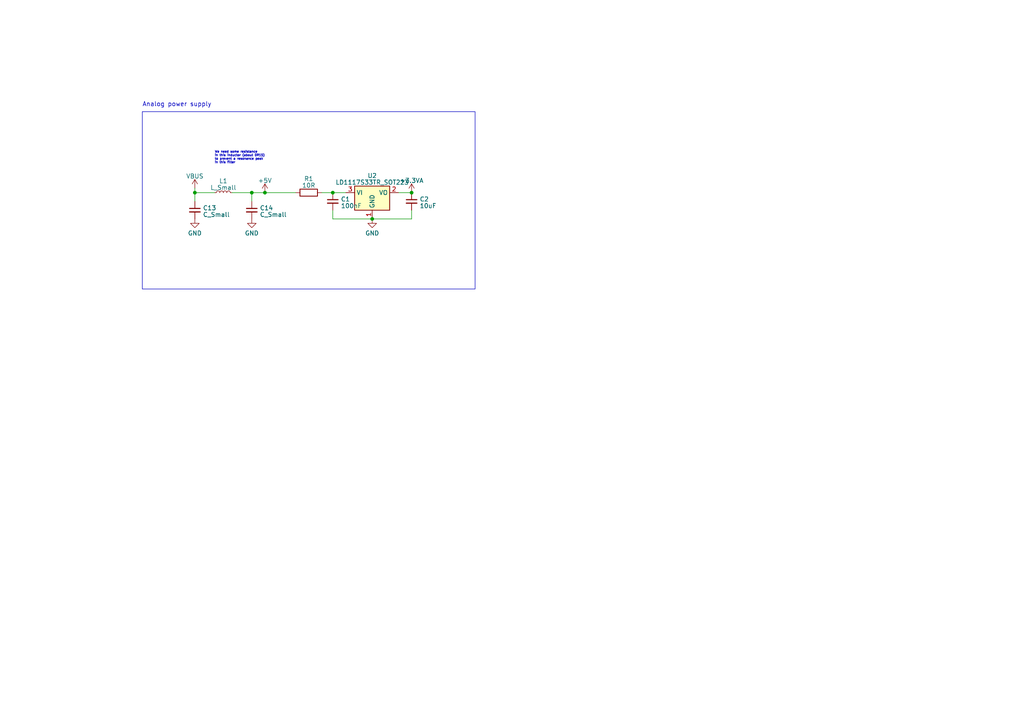
<source format=kicad_sch>
(kicad_sch (version 20230121) (generator eeschema)
  (paper "A4")
  (lib_symbols
    (symbol "Device:C_Small" (pin_numbers hide) (pin_names (offset 0.254) hide)
      (property "Reference" "C" (at 0.254 1.778 0))
      (property "Value" "C_Small" (at 0.254 -2.032 0))
      (symbol "C_Small_0_1"
        (polyline (pts (xy -1.524 -0.508) (xy 1.524 -0.508)) (stroke (width 0.3302)))
        (polyline (pts (xy -1.524 0.508) (xy 1.524 0.508)) (stroke (width 0.3048)))
      )
      (symbol "C_Small_1_1"
        (pin passive line (at 0 2.54 270) (length 2.032) (name "~") (number "1"))
        (pin passive line (at 0 -2.54 90) (length 2.032) (name "~") (number "2"))
      )
    )
    (symbol "Device:L_Small" (pin_numbers hide) (pin_names (offset 0.254) hide)
      (property "Reference" "L" (at 0.762 1.016 0))
      (property "Value" "L_Small" (at 0.762 -1.016 0))
      (symbol "L_Small_0_1"
        (arc (start 0 -2.032) (mid 0.5058 -1.524) (end 0 -1.016))
        (arc (start 0 -1.016) (mid 0.5058 -0.508) (end 0 0))
        (arc (start 0 0) (mid 0.5058 0.508) (end 0 1.016))
        (arc (start 0 1.016) (mid 0.5058 1.524) (end 0 2.032))
      )
      (symbol "L_Small_1_1"
        (pin passive line (at 0 2.54 270) (length 0.508) (name "~") (number "1"))
        (pin passive line (at 0 -2.54 90) (length 0.508) (name "~") (number "2"))
      )
    )
    (symbol "Device:R" (pin_numbers hide) (pin_names (offset 0))
      (property "Reference" "R" (at 2.032 0 90))
      (property "Value" "R" (at 0 0 90))
      (symbol "R_0_1"
        (rectangle (start -1.016 -2.54) (end 1.016 2.54) (stroke (width 0.254)))
      )
      (symbol "R_1_1"
        (pin passive line (at 0 3.81 270) (length 1.27) (name "~") (number "1"))
        (pin passive line (at 0 -3.81 90) (length 1.27) (name "~") (number "2"))
      )
    )
    (symbol "Regulator_Linear:LD1117S33TR_SOT223"
      (property "Reference" "U" (at -3.81 3.175 0))
      (property "Value" "LD1117S33TR_SOT223" (at 0 3.175 0))
      (symbol "LD1117S33TR_SOT223_0_1"
        (rectangle (start -5.08 -5.08) (end 5.08 1.905) (stroke (width 0.254)) (fill (type background)))
      )
      (symbol "LD1117S33TR_SOT223_1_1"
        (pin power_in line (at 0 -7.62 90) (length 2.54) (name "GND") (number "1"))
        (pin power_out line (at 7.62 0 180) (length 2.54) (name "VO") (number "2"))
        (pin power_in line (at -7.62 0 0) (length 2.54) (name "VI") (number "3"))
      )
    )
    (symbol "power:+3.3VA" (power) (pin_names (offset 0))
      (property "Value" "+3.3VA" (at 0 3.556 0))
      (symbol "+3.3VA_0_1"
        (polyline (pts (xy -0.762 1.27) (xy 0 2.54)))
        (polyline (pts (xy 0 0) (xy 0 2.54)))
        (polyline (pts (xy 0 2.54) (xy 0.762 1.27)))
      )
      (symbol "+3.3VA_1_1"
        (pin power_in line (at 0 0 90) (length 0) hide (name "+3.3VA") (number "1"))
      )
    )
    (symbol "power:+5V" (power) (pin_names (offset 0))
      (property "Value" "+5V" (at 0 3.556 0))
      (symbol "+5V_0_1"
        (polyline (pts (xy -0.762 1.27) (xy 0 2.54)))
        (polyline (pts (xy 0 0) (xy 0 2.54)))
        (polyline (pts (xy 0 2.54) (xy 0.762 1.27)))
      )
      (symbol "+5V_1_1"
        (pin power_in line (at 0 0 90) (length 0) hide (name "+5V") (number "1"))
      )
    )
    (symbol "power:GND" (power) (pin_names (offset 0))
      (property "Value" "GND" (at 0 -3.81 0))
      (symbol "GND_0_1"
        (polyline (pts (xy 0 0) (xy 0 -1.27) (xy 1.27 -1.27) (xy 0 -2.54) (xy -1.27 -1.27) (xy 0 -1.27)))
      )
      (symbol "GND_1_1"
        (pin power_in line (at 0 0 270) (length 0) hide (name "GND") (number "1"))
      )
    )
    (symbol "power:VBUS" (power) (pin_names (offset 0))
      (property "Value" "VBUS" (at 0 3.81 0))
      (symbol "VBUS_0_1"
        (polyline (pts (xy -0.762 1.27) (xy 0 2.54)))
        (polyline (pts (xy 0 0) (xy 0 2.54)))
        (polyline (pts (xy 0 2.54) (xy 0.762 1.27)))
      )
      (symbol "VBUS_1_1"
        (pin power_in line (at 0 0 90) (length 0) hide (name "VBUS") (number "1"))
      )
    )
  )
  (junction (at 56.515 55.88))
  (junction (at 73.025 55.88))
  (junction (at 76.835 55.88))
  (junction (at 107.95 63.5))
  (junction (at 119.38 55.88))
  (junction (at 96.52 55.88))
  (wire (pts (xy 76.835 55.88) (xy 85.725 55.88)))
  (wire (pts (xy 96.52 60.96) (xy 96.52 63.5)))
  (wire (pts (xy 73.025 55.88) (xy 76.835 55.88)))
  (wire (pts (xy 73.025 55.88) (xy 73.025 58.42)))
  (wire (pts (xy 119.38 63.5) (xy 119.38 60.96)))
  (wire (pts (xy 107.95 63.5) (xy 119.38 63.5)))
  (wire (pts (xy 115.57 55.88) (xy 119.38 55.88)))
  (wire (pts (xy 56.515 54.61) (xy 56.515 55.88)))
  (wire (pts (xy 93.345 55.88) (xy 96.52 55.88)))
  (wire (pts (xy 96.52 63.5) (xy 107.95 63.5)))
  (wire (pts (xy 67.31 55.88) (xy 73.025 55.88)))
  (wire (pts (xy 56.515 55.88) (xy 56.515 58.42)))
  (wire (pts (xy 56.515 55.88) (xy 62.23 55.88)))
  (wire (pts (xy 96.52 55.88) (xy 100.33 55.88)))
  (rectangle (start 41.275 32.385) (end 137.795 83.82))
  (text "We need some resistance\nin this inductor (about 0R15)\nto prevent a resonance peak\nin this filter" (at 62.23 47.625 0) (effects (font (size 0.635 0.635)) (justify left bottom)))
  (text "Analog power supply" (at 41.275 31.115 0) (effects (font (size 1.27 1.27)) (justify left bottom)))
  (text "Power" (at 0 -5.08 0) (effects (font (size 1.27 1.27)) (justify left bottom)))
  (symbol (lib_id "power:GND") (at 73.025 63.5 0) (unit 1)
    (property "Reference" "#PWR041" (effects hide))
    (property "Value" "GND" (at 73.025 67.6355 0))
  )
  (symbol (lib_id "power:GND") (at 56.515 63.5 0) (unit 1)
    (property "Reference" "#PWR028" (effects hide))
    (property "Value" "GND" (at 56.515 67.6355 0))
  )
  (symbol (lib_id "Device:C_Small") (at 73.025 60.96 0) (unit 1)
    (property "Reference" "C14" (at 75.3491 60.3226 0) (effects (justify left)))
    (property "Value" "C_Small" (at 75.3491 62.2436 0) (effects (justify left)))
  )
  (symbol (lib_id "power:GND") (at 107.95 63.5 0) (unit 1)
    (property "Reference" "#PWR02" (effects hide))
    (property "Value" "GND" (at 107.95 67.6355 0))
  )
  (symbol (lib_id "power:+3.3VA") (at 119.38 55.88 0) (unit 1)
    (property "Reference" "#PWR04" (effects hide))
    (property "Value" "+3.3VA" (at 119.38 52.3781 0))
  )
  (symbol (lib_id "Regulator_Linear:LD1117S33TR_SOT223") (at 107.95 55.88 0) (unit 1)
    (property "Reference" "U2" (at 107.95 50.9651 0))
    (property "Value" "LD1117S33TR_SOT223" (at 107.95 52.8861 0))
    (property "Footprint" "Package_TO_SOT_SMD:SOT-223-3_TabPin2" (effects hide))
    (property "Datasheet" "http://www.st.com/st-web-ui/static/active/en/resource/technical/document/datasheet/CD00000544.pdf" (effects hide))
  )
  (symbol (lib_id "power:VBUS") (at 56.515 54.61 0) (unit 1)
    (property "Reference" "#PWR027" (effects hide))
    (property "Value" "VBUS" (at 56.515 51.1081 0))
  )
  (symbol (lib_id "Device:L_Small") (at 64.77 55.88 90) (unit 1)
    (property "Reference" "L1" (at 64.77 52.4913 90))
    (property "Value" "L_Small" (at 64.77 54.4123 90))
  )
  (symbol (lib_id "power:+5V") (at 76.835 55.88 0) (unit 1)
    (property "Reference" "#PWR01" (effects hide))
    (property "Value" "+5V" (at 76.835 52.3781 0))
  )
  (symbol (lib_id "Device:C_Small") (at 119.38 58.42 0) (unit 1)
    (property "Reference" "C2" (at 121.7041 57.7826 0) (effects (justify left)))
    (property "Value" "10uF" (at 121.7041 59.7036 0) (effects (justify left)))
    (property "Footprint" "Capacitor_SMD:C_1206_3216Metric_Pad1.33x1.80mm_HandSolder" (effects hide))
  )
  (symbol (lib_id "Device:R") (at 89.535 55.88 90) (unit 1)
    (property "Reference" "R1" (at 89.535 51.8541 90))
    (property "Value" "10R" (at 89.535 53.7751 90))
  )
  (symbol (lib_id "Device:C_Small") (at 96.52 58.42 0) (unit 1)
    (property "Reference" "C1" (at 98.8441 57.7826 0) (effects (justify left)))
    (property "Value" "100nF" (at 98.8441 59.7036 0) (effects (justify left)))
    (property "Footprint" "Capacitor_SMD:C_1206_3216Metric_Pad1.33x1.80mm_HandSolder" (effects hide))
  )
  (symbol (lib_id "Device:C_Small") (at 56.515 60.96 0) (unit 1)
    (property "Reference" "C13" (at 58.8391 60.3226 0) (effects (justify left)))
    (property "Value" "C_Small" (at 58.8391 62.2436 0) (effects (justify left)))
  )
)
</source>
